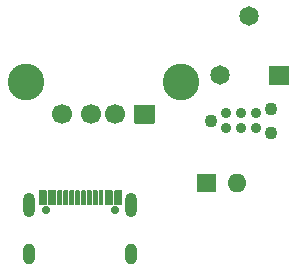
<source format=gbr>
%TF.GenerationSoftware,KiCad,Pcbnew,(5.1.8-0-10_14)*%
%TF.CreationDate,2021-01-24T23:40:28+01:00*%
%TF.ProjectId,clapruptor,636c6170-7275-4707-946f-722e6b696361,rev?*%
%TF.SameCoordinates,Original*%
%TF.FileFunction,Soldermask,Top*%
%TF.FilePolarity,Negative*%
%FSLAX46Y46*%
G04 Gerber Fmt 4.6, Leading zero omitted, Abs format (unit mm)*
G04 Created by KiCad (PCBNEW (5.1.8-0-10_14)) date 2021-01-24 23:40:28*
%MOMM*%
%LPD*%
G01*
G04 APERTURE LIST*
%ADD10C,1.650000*%
%ADD11O,1.600000X1.600000*%
%ADD12C,0.700000*%
%ADD13O,1.000000X1.800000*%
%ADD14O,1.000000X2.100000*%
%ADD15C,0.887400*%
%ADD16C,1.090600*%
%ADD17C,1.700000*%
%ADD18C,3.100000*%
G04 APERTURE END LIST*
D10*
%TO.C,RV1*%
X165063800Y-75010000D03*
G36*
G01*
X168388800Y-79235000D02*
X168388800Y-80785000D01*
G75*
G02*
X168338800Y-80835000I-50000J0D01*
G01*
X166788800Y-80835000D01*
G75*
G02*
X166738800Y-80785000I0J50000D01*
G01*
X166738800Y-79235000D01*
G75*
G02*
X166788800Y-79185000I50000J0D01*
G01*
X168338800Y-79185000D01*
G75*
G02*
X168388800Y-79235000I0J-50000D01*
G01*
G37*
X162563800Y-80010000D03*
%TD*%
%TO.C,MK1*%
G36*
G01*
X160692400Y-88328600D02*
X162192400Y-88328600D01*
G75*
G02*
X162242400Y-88378600I0J-50000D01*
G01*
X162242400Y-89878600D01*
G75*
G02*
X162192400Y-89928600I-50000J0D01*
G01*
X160692400Y-89928600D01*
G75*
G02*
X160642400Y-89878600I0J50000D01*
G01*
X160642400Y-88378600D01*
G75*
G02*
X160692400Y-88328600I50000J0D01*
G01*
G37*
D11*
X163982400Y-89128600D03*
%TD*%
%TO.C,J4*%
G36*
G01*
X153613700Y-90965700D02*
X153613700Y-89805700D01*
G75*
G02*
X153663700Y-89755700I50000J0D01*
G01*
X154263700Y-89755700D01*
G75*
G02*
X154313700Y-89805700I0J-50000D01*
G01*
X154313700Y-90965700D01*
G75*
G02*
X154263700Y-91015700I-50000J0D01*
G01*
X153663700Y-91015700D01*
G75*
G02*
X153613700Y-90965700I0J50000D01*
G01*
G37*
G36*
G01*
X152813700Y-90965700D02*
X152813700Y-89805700D01*
G75*
G02*
X152863700Y-89755700I50000J0D01*
G01*
X153463700Y-89755700D01*
G75*
G02*
X153513700Y-89805700I0J-50000D01*
G01*
X153513700Y-90965700D01*
G75*
G02*
X153463700Y-91015700I-50000J0D01*
G01*
X152863700Y-91015700D01*
G75*
G02*
X152813700Y-90965700I0J50000D01*
G01*
G37*
G36*
G01*
X153613700Y-90965700D02*
X153613700Y-89805700D01*
G75*
G02*
X153663700Y-89755700I50000J0D01*
G01*
X154263700Y-89755700D01*
G75*
G02*
X154313700Y-89805700I0J-50000D01*
G01*
X154313700Y-90965700D01*
G75*
G02*
X154263700Y-91015700I-50000J0D01*
G01*
X153663700Y-91015700D01*
G75*
G02*
X153613700Y-90965700I0J50000D01*
G01*
G37*
G36*
G01*
X152813700Y-90965700D02*
X152813700Y-89805700D01*
G75*
G02*
X152863700Y-89755700I50000J0D01*
G01*
X153463700Y-89755700D01*
G75*
G02*
X153513700Y-89805700I0J-50000D01*
G01*
X153513700Y-90965700D01*
G75*
G02*
X153463700Y-91015700I-50000J0D01*
G01*
X152863700Y-91015700D01*
G75*
G02*
X152813700Y-90965700I0J50000D01*
G01*
G37*
G36*
G01*
X147213700Y-90965700D02*
X147213700Y-89805700D01*
G75*
G02*
X147263700Y-89755700I50000J0D01*
G01*
X147863700Y-89755700D01*
G75*
G02*
X147913700Y-89805700I0J-50000D01*
G01*
X147913700Y-90965700D01*
G75*
G02*
X147863700Y-91015700I-50000J0D01*
G01*
X147263700Y-91015700D01*
G75*
G02*
X147213700Y-90965700I0J50000D01*
G01*
G37*
G36*
G01*
X147213700Y-90965700D02*
X147213700Y-89805700D01*
G75*
G02*
X147263700Y-89755700I50000J0D01*
G01*
X147863700Y-89755700D01*
G75*
G02*
X147913700Y-89805700I0J-50000D01*
G01*
X147913700Y-90965700D01*
G75*
G02*
X147863700Y-91015700I-50000J0D01*
G01*
X147263700Y-91015700D01*
G75*
G02*
X147213700Y-90965700I0J50000D01*
G01*
G37*
G36*
G01*
X148013700Y-90965700D02*
X148013700Y-89805700D01*
G75*
G02*
X148063700Y-89755700I50000J0D01*
G01*
X148663700Y-89755700D01*
G75*
G02*
X148713700Y-89805700I0J-50000D01*
G01*
X148713700Y-90965700D01*
G75*
G02*
X148663700Y-91015700I-50000J0D01*
G01*
X148063700Y-91015700D01*
G75*
G02*
X148013700Y-90965700I0J50000D01*
G01*
G37*
G36*
G01*
X148013700Y-90965700D02*
X148013700Y-89805700D01*
G75*
G02*
X148063700Y-89755700I50000J0D01*
G01*
X148663700Y-89755700D01*
G75*
G02*
X148713700Y-89805700I0J-50000D01*
G01*
X148713700Y-90965700D01*
G75*
G02*
X148663700Y-91015700I-50000J0D01*
G01*
X148063700Y-91015700D01*
G75*
G02*
X148013700Y-90965700I0J50000D01*
G01*
G37*
D12*
X147873700Y-91445700D03*
X153653700Y-91445700D03*
G36*
G01*
X152713700Y-89805700D02*
X152713700Y-90965700D01*
G75*
G02*
X152663700Y-91015700I-50000J0D01*
G01*
X152363700Y-91015700D01*
G75*
G02*
X152313700Y-90965700I0J50000D01*
G01*
X152313700Y-89805700D01*
G75*
G02*
X152363700Y-89755700I50000J0D01*
G01*
X152663700Y-89755700D01*
G75*
G02*
X152713700Y-89805700I0J-50000D01*
G01*
G37*
G36*
G01*
X151713700Y-89805700D02*
X151713700Y-90965700D01*
G75*
G02*
X151663700Y-91015700I-50000J0D01*
G01*
X151363700Y-91015700D01*
G75*
G02*
X151313700Y-90965700I0J50000D01*
G01*
X151313700Y-89805700D01*
G75*
G02*
X151363700Y-89755700I50000J0D01*
G01*
X151663700Y-89755700D01*
G75*
G02*
X151713700Y-89805700I0J-50000D01*
G01*
G37*
G36*
G01*
X152213700Y-89805700D02*
X152213700Y-90965700D01*
G75*
G02*
X152163700Y-91015700I-50000J0D01*
G01*
X151863700Y-91015700D01*
G75*
G02*
X151813700Y-90965700I0J50000D01*
G01*
X151813700Y-89805700D01*
G75*
G02*
X151863700Y-89755700I50000J0D01*
G01*
X152163700Y-89755700D01*
G75*
G02*
X152213700Y-89805700I0J-50000D01*
G01*
G37*
G36*
G01*
X149713700Y-89805700D02*
X149713700Y-90965700D01*
G75*
G02*
X149663700Y-91015700I-50000J0D01*
G01*
X149363700Y-91015700D01*
G75*
G02*
X149313700Y-90965700I0J50000D01*
G01*
X149313700Y-89805700D01*
G75*
G02*
X149363700Y-89755700I50000J0D01*
G01*
X149663700Y-89755700D01*
G75*
G02*
X149713700Y-89805700I0J-50000D01*
G01*
G37*
G36*
G01*
X149213700Y-89805700D02*
X149213700Y-90965700D01*
G75*
G02*
X149163700Y-91015700I-50000J0D01*
G01*
X148863700Y-91015700D01*
G75*
G02*
X148813700Y-90965700I0J50000D01*
G01*
X148813700Y-89805700D01*
G75*
G02*
X148863700Y-89755700I50000J0D01*
G01*
X149163700Y-89755700D01*
G75*
G02*
X149213700Y-89805700I0J-50000D01*
G01*
G37*
G36*
G01*
X151213700Y-89805700D02*
X151213700Y-90965700D01*
G75*
G02*
X151163700Y-91015700I-50000J0D01*
G01*
X150863700Y-91015700D01*
G75*
G02*
X150813700Y-90965700I0J50000D01*
G01*
X150813700Y-89805700D01*
G75*
G02*
X150863700Y-89755700I50000J0D01*
G01*
X151163700Y-89755700D01*
G75*
G02*
X151213700Y-89805700I0J-50000D01*
G01*
G37*
G36*
G01*
X150713700Y-89805700D02*
X150713700Y-90965700D01*
G75*
G02*
X150663700Y-91015700I-50000J0D01*
G01*
X150363700Y-91015700D01*
G75*
G02*
X150313700Y-90965700I0J50000D01*
G01*
X150313700Y-89805700D01*
G75*
G02*
X150363700Y-89755700I50000J0D01*
G01*
X150663700Y-89755700D01*
G75*
G02*
X150713700Y-89805700I0J-50000D01*
G01*
G37*
G36*
G01*
X150213700Y-89805700D02*
X150213700Y-90965700D01*
G75*
G02*
X150163700Y-91015700I-50000J0D01*
G01*
X149863700Y-91015700D01*
G75*
G02*
X149813700Y-90965700I0J50000D01*
G01*
X149813700Y-89805700D01*
G75*
G02*
X149863700Y-89755700I50000J0D01*
G01*
X150163700Y-89755700D01*
G75*
G02*
X150213700Y-89805700I0J-50000D01*
G01*
G37*
D13*
X155083700Y-95135700D03*
X146443700Y-95135700D03*
D14*
X155083700Y-90965700D03*
X146443700Y-90965700D03*
%TD*%
D15*
%TO.C,J3*%
X165633400Y-83235800D03*
X165633400Y-84505800D03*
X164363400Y-83235800D03*
X164363400Y-84505800D03*
X163093400Y-83235800D03*
X163093400Y-84505800D03*
D16*
X161823400Y-83870800D03*
X166903400Y-84886800D03*
X166903400Y-82854800D03*
%TD*%
D17*
%TO.C,J2*%
X149188000Y-83304200D03*
X151688000Y-83304200D03*
X153688000Y-83304200D03*
G36*
G01*
X157038000Y-82554200D02*
X157038000Y-84054200D01*
G75*
G02*
X156988000Y-84104200I-50000J0D01*
G01*
X155388000Y-84104200D01*
G75*
G02*
X155338000Y-84054200I0J50000D01*
G01*
X155338000Y-82554200D01*
G75*
G02*
X155388000Y-82504200I50000J0D01*
G01*
X156988000Y-82504200D01*
G75*
G02*
X157038000Y-82554200I0J-50000D01*
G01*
G37*
D18*
X146118000Y-80594200D03*
X159258000Y-80594200D03*
%TD*%
M02*

</source>
